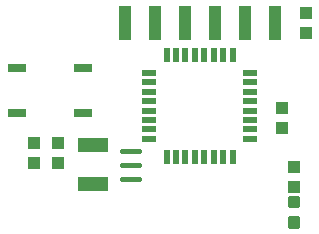
<source format=gtp>
G75*
%MOIN*%
%OFA0B0*%
%FSLAX25Y25*%
%IPPOS*%
%LPD*%
%AMOC8*
5,1,8,0,0,1.08239X$1,22.5*
%
%ADD10R,0.05000X0.02200*%
%ADD11R,0.02200X0.05000*%
%ADD12C,0.01181*%
%ADD13R,0.03937X0.04331*%
%ADD14R,0.09843X0.04724*%
%ADD15C,0.01772*%
%ADD16R,0.03937X0.11811*%
%ADD17R,0.06000X0.03000*%
D10*
X0143360Y0167310D03*
X0143360Y0170459D03*
X0143360Y0173609D03*
X0143360Y0176759D03*
X0143360Y0179908D03*
X0143360Y0183058D03*
X0143360Y0186207D03*
X0143360Y0189357D03*
X0177160Y0189357D03*
X0177160Y0186207D03*
X0177160Y0183058D03*
X0177160Y0179908D03*
X0177160Y0176759D03*
X0177160Y0173609D03*
X0177160Y0170459D03*
X0177160Y0167310D03*
D11*
X0171284Y0161433D03*
X0168134Y0161433D03*
X0164985Y0161433D03*
X0161835Y0161433D03*
X0158686Y0161433D03*
X0155536Y0161433D03*
X0152386Y0161433D03*
X0149237Y0161433D03*
X0149237Y0195233D03*
X0152386Y0195233D03*
X0155536Y0195233D03*
X0158686Y0195233D03*
X0161835Y0195233D03*
X0164985Y0195233D03*
X0168134Y0195233D03*
X0171284Y0195233D03*
D12*
X0190378Y0147731D02*
X0193134Y0147731D01*
X0193134Y0144975D01*
X0190378Y0144975D01*
X0190378Y0147731D01*
X0190378Y0146155D02*
X0193134Y0146155D01*
X0193134Y0147335D02*
X0190378Y0147335D01*
X0190378Y0140826D02*
X0193134Y0140826D01*
X0193134Y0138070D01*
X0190378Y0138070D01*
X0190378Y0140826D01*
X0190378Y0139250D02*
X0193134Y0139250D01*
X0193134Y0140430D02*
X0190378Y0140430D01*
D13*
X0191756Y0151365D03*
X0191756Y0158058D03*
X0187819Y0171050D03*
X0187819Y0177743D03*
X0195693Y0202546D03*
X0195693Y0209239D03*
X0113016Y0165932D03*
X0113016Y0159239D03*
X0105142Y0159239D03*
X0105142Y0165932D03*
D14*
X0124827Y0152152D03*
X0124827Y0165144D03*
D15*
X0134274Y0163373D02*
X0140002Y0163373D01*
X0140002Y0158648D02*
X0134274Y0158648D01*
X0134274Y0153924D02*
X0140002Y0153924D01*
D16*
X0135260Y0205892D03*
X0145260Y0205892D03*
X0155260Y0205892D03*
X0165260Y0205892D03*
X0175260Y0205892D03*
X0185260Y0205892D03*
D17*
X0121260Y0190833D03*
X0121260Y0175833D03*
X0099260Y0175833D03*
X0099260Y0190833D03*
M02*

</source>
